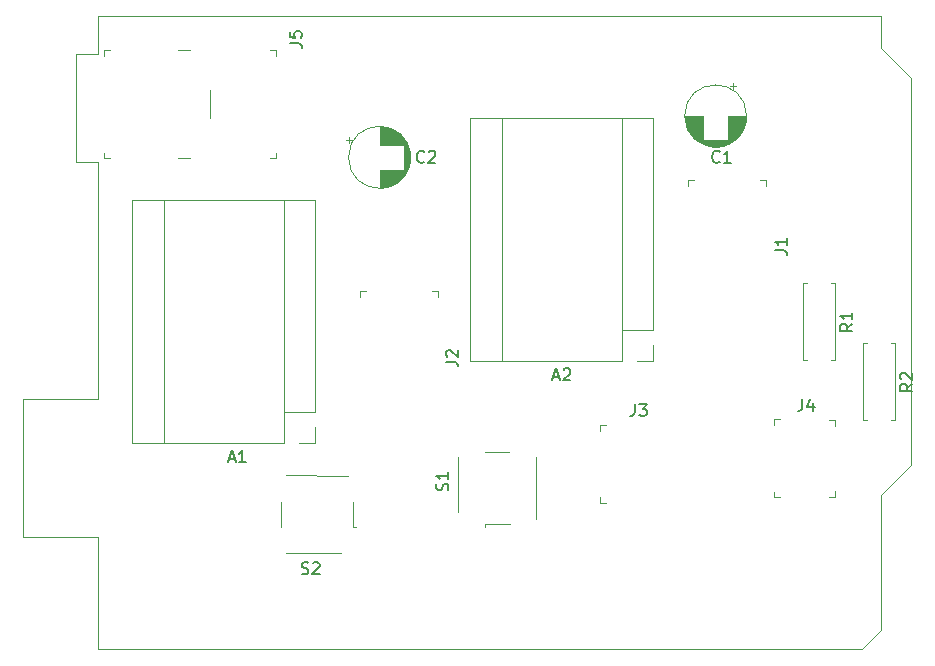
<source format=gbr>
%TF.GenerationSoftware,KiCad,Pcbnew,8.0.2*%
%TF.CreationDate,2024-05-08T09:28:24+01:00*%
%TF.ProjectId,FARESHARE KICAD,46415245-5348-4415-9245-204b49434144,V 1.0*%
%TF.SameCoordinates,Original*%
%TF.FileFunction,Legend,Top*%
%TF.FilePolarity,Positive*%
%FSLAX46Y46*%
G04 Gerber Fmt 4.6, Leading zero omitted, Abs format (unit mm)*
G04 Created by KiCad (PCBNEW 8.0.2) date 2024-05-08 09:28:24*
%MOMM*%
%LPD*%
G01*
G04 APERTURE LIST*
%ADD10C,0.150000*%
%ADD11C,0.120000*%
%ADD12C,0.100000*%
G04 APERTURE END LIST*
D10*
X150144819Y-80176666D02*
X149668628Y-80509999D01*
X150144819Y-80748094D02*
X149144819Y-80748094D01*
X149144819Y-80748094D02*
X149144819Y-80367142D01*
X149144819Y-80367142D02*
X149192438Y-80271904D01*
X149192438Y-80271904D02*
X149240057Y-80224285D01*
X149240057Y-80224285D02*
X149335295Y-80176666D01*
X149335295Y-80176666D02*
X149478152Y-80176666D01*
X149478152Y-80176666D02*
X149573390Y-80224285D01*
X149573390Y-80224285D02*
X149621009Y-80271904D01*
X149621009Y-80271904D02*
X149668628Y-80367142D01*
X149668628Y-80367142D02*
X149668628Y-80748094D01*
X149240057Y-79795713D02*
X149192438Y-79748094D01*
X149192438Y-79748094D02*
X149144819Y-79652856D01*
X149144819Y-79652856D02*
X149144819Y-79414761D01*
X149144819Y-79414761D02*
X149192438Y-79319523D01*
X149192438Y-79319523D02*
X149240057Y-79271904D01*
X149240057Y-79271904D02*
X149335295Y-79224285D01*
X149335295Y-79224285D02*
X149430533Y-79224285D01*
X149430533Y-79224285D02*
X149573390Y-79271904D01*
X149573390Y-79271904D02*
X150144819Y-79843332D01*
X150144819Y-79843332D02*
X150144819Y-79224285D01*
X145064819Y-75096666D02*
X144588628Y-75429999D01*
X145064819Y-75668094D02*
X144064819Y-75668094D01*
X144064819Y-75668094D02*
X144064819Y-75287142D01*
X144064819Y-75287142D02*
X144112438Y-75191904D01*
X144112438Y-75191904D02*
X144160057Y-75144285D01*
X144160057Y-75144285D02*
X144255295Y-75096666D01*
X144255295Y-75096666D02*
X144398152Y-75096666D01*
X144398152Y-75096666D02*
X144493390Y-75144285D01*
X144493390Y-75144285D02*
X144541009Y-75191904D01*
X144541009Y-75191904D02*
X144588628Y-75287142D01*
X144588628Y-75287142D02*
X144588628Y-75668094D01*
X145064819Y-74144285D02*
X145064819Y-74715713D01*
X145064819Y-74429999D02*
X144064819Y-74429999D01*
X144064819Y-74429999D02*
X144207676Y-74525237D01*
X144207676Y-74525237D02*
X144302914Y-74620475D01*
X144302914Y-74620475D02*
X144350533Y-74715713D01*
X98448095Y-96244000D02*
X98590952Y-96291619D01*
X98590952Y-96291619D02*
X98829047Y-96291619D01*
X98829047Y-96291619D02*
X98924285Y-96244000D01*
X98924285Y-96244000D02*
X98971904Y-96196380D01*
X98971904Y-96196380D02*
X99019523Y-96101142D01*
X99019523Y-96101142D02*
X99019523Y-96005904D01*
X99019523Y-96005904D02*
X98971904Y-95910666D01*
X98971904Y-95910666D02*
X98924285Y-95863047D01*
X98924285Y-95863047D02*
X98829047Y-95815428D01*
X98829047Y-95815428D02*
X98638571Y-95767809D01*
X98638571Y-95767809D02*
X98543333Y-95720190D01*
X98543333Y-95720190D02*
X98495714Y-95672571D01*
X98495714Y-95672571D02*
X98448095Y-95577333D01*
X98448095Y-95577333D02*
X98448095Y-95482095D01*
X98448095Y-95482095D02*
X98495714Y-95386857D01*
X98495714Y-95386857D02*
X98543333Y-95339238D01*
X98543333Y-95339238D02*
X98638571Y-95291619D01*
X98638571Y-95291619D02*
X98876666Y-95291619D01*
X98876666Y-95291619D02*
X99019523Y-95339238D01*
X99400476Y-95386857D02*
X99448095Y-95339238D01*
X99448095Y-95339238D02*
X99543333Y-95291619D01*
X99543333Y-95291619D02*
X99781428Y-95291619D01*
X99781428Y-95291619D02*
X99876666Y-95339238D01*
X99876666Y-95339238D02*
X99924285Y-95386857D01*
X99924285Y-95386857D02*
X99971904Y-95482095D01*
X99971904Y-95482095D02*
X99971904Y-95577333D01*
X99971904Y-95577333D02*
X99924285Y-95720190D01*
X99924285Y-95720190D02*
X99352857Y-96291619D01*
X99352857Y-96291619D02*
X99971904Y-96291619D01*
X110820400Y-89201904D02*
X110868019Y-89059047D01*
X110868019Y-89059047D02*
X110868019Y-88820952D01*
X110868019Y-88820952D02*
X110820400Y-88725714D01*
X110820400Y-88725714D02*
X110772780Y-88678095D01*
X110772780Y-88678095D02*
X110677542Y-88630476D01*
X110677542Y-88630476D02*
X110582304Y-88630476D01*
X110582304Y-88630476D02*
X110487066Y-88678095D01*
X110487066Y-88678095D02*
X110439447Y-88725714D01*
X110439447Y-88725714D02*
X110391828Y-88820952D01*
X110391828Y-88820952D02*
X110344209Y-89011428D01*
X110344209Y-89011428D02*
X110296590Y-89106666D01*
X110296590Y-89106666D02*
X110248971Y-89154285D01*
X110248971Y-89154285D02*
X110153733Y-89201904D01*
X110153733Y-89201904D02*
X110058495Y-89201904D01*
X110058495Y-89201904D02*
X109963257Y-89154285D01*
X109963257Y-89154285D02*
X109915638Y-89106666D01*
X109915638Y-89106666D02*
X109868019Y-89011428D01*
X109868019Y-89011428D02*
X109868019Y-88773333D01*
X109868019Y-88773333D02*
X109915638Y-88630476D01*
X110868019Y-87678095D02*
X110868019Y-88249523D01*
X110868019Y-87963809D02*
X109868019Y-87963809D01*
X109868019Y-87963809D02*
X110010876Y-88059047D01*
X110010876Y-88059047D02*
X110106114Y-88154285D01*
X110106114Y-88154285D02*
X110153733Y-88249523D01*
X97454819Y-51333333D02*
X98169104Y-51333333D01*
X98169104Y-51333333D02*
X98311961Y-51380952D01*
X98311961Y-51380952D02*
X98407200Y-51476190D01*
X98407200Y-51476190D02*
X98454819Y-51619047D01*
X98454819Y-51619047D02*
X98454819Y-51714285D01*
X97454819Y-50380952D02*
X97454819Y-50857142D01*
X97454819Y-50857142D02*
X97931009Y-50904761D01*
X97931009Y-50904761D02*
X97883390Y-50857142D01*
X97883390Y-50857142D02*
X97835771Y-50761904D01*
X97835771Y-50761904D02*
X97835771Y-50523809D01*
X97835771Y-50523809D02*
X97883390Y-50428571D01*
X97883390Y-50428571D02*
X97931009Y-50380952D01*
X97931009Y-50380952D02*
X98026247Y-50333333D01*
X98026247Y-50333333D02*
X98264342Y-50333333D01*
X98264342Y-50333333D02*
X98359580Y-50380952D01*
X98359580Y-50380952D02*
X98407200Y-50428571D01*
X98407200Y-50428571D02*
X98454819Y-50523809D01*
X98454819Y-50523809D02*
X98454819Y-50761904D01*
X98454819Y-50761904D02*
X98407200Y-50857142D01*
X98407200Y-50857142D02*
X98359580Y-50904761D01*
X140851666Y-81474819D02*
X140851666Y-82189104D01*
X140851666Y-82189104D02*
X140804047Y-82331961D01*
X140804047Y-82331961D02*
X140708809Y-82427200D01*
X140708809Y-82427200D02*
X140565952Y-82474819D01*
X140565952Y-82474819D02*
X140470714Y-82474819D01*
X141756428Y-81808152D02*
X141756428Y-82474819D01*
X141518333Y-81427200D02*
X141280238Y-82141485D01*
X141280238Y-82141485D02*
X141899285Y-82141485D01*
X126666666Y-81894819D02*
X126666666Y-82609104D01*
X126666666Y-82609104D02*
X126619047Y-82751961D01*
X126619047Y-82751961D02*
X126523809Y-82847200D01*
X126523809Y-82847200D02*
X126380952Y-82894819D01*
X126380952Y-82894819D02*
X126285714Y-82894819D01*
X127047619Y-81894819D02*
X127666666Y-81894819D01*
X127666666Y-81894819D02*
X127333333Y-82275771D01*
X127333333Y-82275771D02*
X127476190Y-82275771D01*
X127476190Y-82275771D02*
X127571428Y-82323390D01*
X127571428Y-82323390D02*
X127619047Y-82371009D01*
X127619047Y-82371009D02*
X127666666Y-82466247D01*
X127666666Y-82466247D02*
X127666666Y-82704342D01*
X127666666Y-82704342D02*
X127619047Y-82799580D01*
X127619047Y-82799580D02*
X127571428Y-82847200D01*
X127571428Y-82847200D02*
X127476190Y-82894819D01*
X127476190Y-82894819D02*
X127190476Y-82894819D01*
X127190476Y-82894819D02*
X127095238Y-82847200D01*
X127095238Y-82847200D02*
X127047619Y-82799580D01*
X110694819Y-78323333D02*
X111409104Y-78323333D01*
X111409104Y-78323333D02*
X111551961Y-78370952D01*
X111551961Y-78370952D02*
X111647200Y-78466190D01*
X111647200Y-78466190D02*
X111694819Y-78609047D01*
X111694819Y-78609047D02*
X111694819Y-78704285D01*
X110790057Y-77894761D02*
X110742438Y-77847142D01*
X110742438Y-77847142D02*
X110694819Y-77751904D01*
X110694819Y-77751904D02*
X110694819Y-77513809D01*
X110694819Y-77513809D02*
X110742438Y-77418571D01*
X110742438Y-77418571D02*
X110790057Y-77370952D01*
X110790057Y-77370952D02*
X110885295Y-77323333D01*
X110885295Y-77323333D02*
X110980533Y-77323333D01*
X110980533Y-77323333D02*
X111123390Y-77370952D01*
X111123390Y-77370952D02*
X111694819Y-77942380D01*
X111694819Y-77942380D02*
X111694819Y-77323333D01*
X138514819Y-68858333D02*
X139229104Y-68858333D01*
X139229104Y-68858333D02*
X139371961Y-68905952D01*
X139371961Y-68905952D02*
X139467200Y-69001190D01*
X139467200Y-69001190D02*
X139514819Y-69144047D01*
X139514819Y-69144047D02*
X139514819Y-69239285D01*
X139514819Y-67858333D02*
X139514819Y-68429761D01*
X139514819Y-68144047D02*
X138514819Y-68144047D01*
X138514819Y-68144047D02*
X138657676Y-68239285D01*
X138657676Y-68239285D02*
X138752914Y-68334523D01*
X138752914Y-68334523D02*
X138800533Y-68429761D01*
X108833333Y-61359580D02*
X108785714Y-61407200D01*
X108785714Y-61407200D02*
X108642857Y-61454819D01*
X108642857Y-61454819D02*
X108547619Y-61454819D01*
X108547619Y-61454819D02*
X108404762Y-61407200D01*
X108404762Y-61407200D02*
X108309524Y-61311961D01*
X108309524Y-61311961D02*
X108261905Y-61216723D01*
X108261905Y-61216723D02*
X108214286Y-61026247D01*
X108214286Y-61026247D02*
X108214286Y-60883390D01*
X108214286Y-60883390D02*
X108261905Y-60692914D01*
X108261905Y-60692914D02*
X108309524Y-60597676D01*
X108309524Y-60597676D02*
X108404762Y-60502438D01*
X108404762Y-60502438D02*
X108547619Y-60454819D01*
X108547619Y-60454819D02*
X108642857Y-60454819D01*
X108642857Y-60454819D02*
X108785714Y-60502438D01*
X108785714Y-60502438D02*
X108833333Y-60550057D01*
X109214286Y-60550057D02*
X109261905Y-60502438D01*
X109261905Y-60502438D02*
X109357143Y-60454819D01*
X109357143Y-60454819D02*
X109595238Y-60454819D01*
X109595238Y-60454819D02*
X109690476Y-60502438D01*
X109690476Y-60502438D02*
X109738095Y-60550057D01*
X109738095Y-60550057D02*
X109785714Y-60645295D01*
X109785714Y-60645295D02*
X109785714Y-60740533D01*
X109785714Y-60740533D02*
X109738095Y-60883390D01*
X109738095Y-60883390D02*
X109166667Y-61454819D01*
X109166667Y-61454819D02*
X109785714Y-61454819D01*
X133833333Y-61359580D02*
X133785714Y-61407200D01*
X133785714Y-61407200D02*
X133642857Y-61454819D01*
X133642857Y-61454819D02*
X133547619Y-61454819D01*
X133547619Y-61454819D02*
X133404762Y-61407200D01*
X133404762Y-61407200D02*
X133309524Y-61311961D01*
X133309524Y-61311961D02*
X133261905Y-61216723D01*
X133261905Y-61216723D02*
X133214286Y-61026247D01*
X133214286Y-61026247D02*
X133214286Y-60883390D01*
X133214286Y-60883390D02*
X133261905Y-60692914D01*
X133261905Y-60692914D02*
X133309524Y-60597676D01*
X133309524Y-60597676D02*
X133404762Y-60502438D01*
X133404762Y-60502438D02*
X133547619Y-60454819D01*
X133547619Y-60454819D02*
X133642857Y-60454819D01*
X133642857Y-60454819D02*
X133785714Y-60502438D01*
X133785714Y-60502438D02*
X133833333Y-60550057D01*
X134785714Y-61454819D02*
X134214286Y-61454819D01*
X134500000Y-61454819D02*
X134500000Y-60454819D01*
X134500000Y-60454819D02*
X134404762Y-60597676D01*
X134404762Y-60597676D02*
X134309524Y-60692914D01*
X134309524Y-60692914D02*
X134214286Y-60740533D01*
X119775714Y-79599104D02*
X120251904Y-79599104D01*
X119680476Y-79884819D02*
X120013809Y-78884819D01*
X120013809Y-78884819D02*
X120347142Y-79884819D01*
X120632857Y-78980057D02*
X120680476Y-78932438D01*
X120680476Y-78932438D02*
X120775714Y-78884819D01*
X120775714Y-78884819D02*
X121013809Y-78884819D01*
X121013809Y-78884819D02*
X121109047Y-78932438D01*
X121109047Y-78932438D02*
X121156666Y-78980057D01*
X121156666Y-78980057D02*
X121204285Y-79075295D01*
X121204285Y-79075295D02*
X121204285Y-79170533D01*
X121204285Y-79170533D02*
X121156666Y-79313390D01*
X121156666Y-79313390D02*
X120585238Y-79884819D01*
X120585238Y-79884819D02*
X121204285Y-79884819D01*
X92285714Y-86529104D02*
X92761904Y-86529104D01*
X92190476Y-86814819D02*
X92523809Y-85814819D01*
X92523809Y-85814819D02*
X92857142Y-86814819D01*
X93714285Y-86814819D02*
X93142857Y-86814819D01*
X93428571Y-86814819D02*
X93428571Y-85814819D01*
X93428571Y-85814819D02*
X93333333Y-85957676D01*
X93333333Y-85957676D02*
X93238095Y-86052914D01*
X93238095Y-86052914D02*
X93142857Y-86100533D01*
D11*
%TO.C,R2*%
X148690000Y-76740000D02*
X148690000Y-83280000D01*
X148360000Y-76740000D02*
X148690000Y-76740000D01*
X146280000Y-76740000D02*
X145950000Y-76740000D01*
X145950000Y-76740000D02*
X145950000Y-83280000D01*
X148690000Y-83280000D02*
X148360000Y-83280000D01*
X145950000Y-83280000D02*
X146280000Y-83280000D01*
%TO.C,R1*%
X143610000Y-71660000D02*
X143610000Y-78200000D01*
X143280000Y-71660000D02*
X143610000Y-71660000D01*
X141200000Y-71660000D02*
X140870000Y-71660000D01*
X140870000Y-71660000D02*
X140870000Y-78200000D01*
X143610000Y-78200000D02*
X143280000Y-78200000D01*
X140870000Y-78200000D02*
X141200000Y-78200000D01*
D12*
%TO.C,S2*%
X102816800Y-92299600D02*
X103066800Y-92299600D01*
X97127200Y-87937400D02*
X102420000Y-87947200D01*
X96710800Y-92295200D02*
X96710800Y-90200000D01*
X102816800Y-92306200D02*
X102816800Y-90198000D01*
X101820000Y-94541400D02*
X97152600Y-94541400D01*
%TO.C,S1*%
X113950400Y-92046800D02*
X113950400Y-92296800D01*
X118312600Y-86357200D02*
X118302800Y-91650000D01*
X113954800Y-85940800D02*
X116050000Y-85940800D01*
X113943800Y-92046800D02*
X116052000Y-92046800D01*
X111708600Y-91050000D02*
X111708600Y-86382600D01*
%TO.C,J5*%
X89000000Y-51900000D02*
X88000000Y-51900000D01*
X89000000Y-61100000D02*
X88000000Y-61100000D01*
X81700000Y-51900000D02*
X82200000Y-51900000D01*
X81700000Y-51900000D02*
X81700000Y-52400000D01*
X81700000Y-61100000D02*
X81700000Y-60600000D01*
X81700000Y-61100000D02*
X82200000Y-61100000D01*
X90700000Y-57700000D02*
X90700000Y-55300000D01*
X96300000Y-61100000D02*
X95800000Y-61100000D01*
X96300000Y-61100000D02*
X96300000Y-60600000D01*
X96300000Y-51900000D02*
X95800000Y-51900000D01*
X96300000Y-51900000D02*
X96300000Y-52400000D01*
%TO.C,J4*%
X143575000Y-83220000D02*
X143575000Y-83720000D01*
X143575000Y-83220000D02*
X143075000Y-83220000D01*
X138435000Y-83200000D02*
X138435000Y-83700000D01*
X138435000Y-83200000D02*
X138935000Y-83200000D01*
X138435000Y-89800000D02*
X138435000Y-89300000D01*
X138435000Y-89800000D02*
X138935000Y-89800000D01*
X143585000Y-89790000D02*
X143585000Y-89290000D01*
X143585000Y-89790000D02*
X143085000Y-89790000D01*
%TO.C,J3*%
X123700000Y-83700000D02*
X123700000Y-84200000D01*
X123700000Y-83700000D02*
X124200000Y-83700000D01*
X123700000Y-90300000D02*
X123700000Y-89800000D01*
X123700000Y-90300000D02*
X124200000Y-90300000D01*
%TO.C,J2*%
X109980000Y-72360000D02*
X109480000Y-72360000D01*
X109980000Y-72360000D02*
X109980000Y-72860000D01*
X103380000Y-72360000D02*
X103880000Y-72360000D01*
X103380000Y-72360000D02*
X103380000Y-72860000D01*
%TO.C,J1*%
X137800000Y-62895000D02*
X137300000Y-62895000D01*
X137800000Y-62895000D02*
X137800000Y-63395000D01*
X131200000Y-62895000D02*
X131700000Y-62895000D01*
X131200000Y-62895000D02*
X131200000Y-63395000D01*
D11*
%TO.C,C2*%
X102240113Y-59525000D02*
X102740113Y-59525000D01*
X102490113Y-59275000D02*
X102490113Y-59775000D01*
X105044888Y-58420000D02*
X105044888Y-59960000D01*
X105044888Y-62040000D02*
X105044888Y-63580000D01*
X105084888Y-58420000D02*
X105084888Y-59960000D01*
X105084888Y-62040000D02*
X105084888Y-63580000D01*
X105124888Y-58421000D02*
X105124888Y-59960000D01*
X105124888Y-62040000D02*
X105124888Y-63579000D01*
X105164888Y-58422000D02*
X105164888Y-59960000D01*
X105164888Y-62040000D02*
X105164888Y-63578000D01*
X105204888Y-58424000D02*
X105204888Y-59960000D01*
X105204888Y-62040000D02*
X105204888Y-63576000D01*
X105244888Y-58427000D02*
X105244888Y-59960000D01*
X105244888Y-62040000D02*
X105244888Y-63573000D01*
X105284888Y-58431000D02*
X105284888Y-59960000D01*
X105284888Y-62040000D02*
X105284888Y-63569000D01*
X105324888Y-58435000D02*
X105324888Y-59960000D01*
X105324888Y-62040000D02*
X105324888Y-63565000D01*
X105364888Y-58439000D02*
X105364888Y-59960000D01*
X105364888Y-62040000D02*
X105364888Y-63561000D01*
X105404888Y-58444000D02*
X105404888Y-59960000D01*
X105404888Y-62040000D02*
X105404888Y-63556000D01*
X105444888Y-58450000D02*
X105444888Y-59960000D01*
X105444888Y-62040000D02*
X105444888Y-63550000D01*
X105484888Y-58457000D02*
X105484888Y-59960000D01*
X105484888Y-62040000D02*
X105484888Y-63543000D01*
X105524888Y-58464000D02*
X105524888Y-59960000D01*
X105524888Y-62040000D02*
X105524888Y-63536000D01*
X105564888Y-58472000D02*
X105564888Y-59960000D01*
X105564888Y-62040000D02*
X105564888Y-63528000D01*
X105604888Y-58480000D02*
X105604888Y-59960000D01*
X105604888Y-62040000D02*
X105604888Y-63520000D01*
X105644888Y-58489000D02*
X105644888Y-59960000D01*
X105644888Y-62040000D02*
X105644888Y-63511000D01*
X105684888Y-58499000D02*
X105684888Y-59960000D01*
X105684888Y-62040000D02*
X105684888Y-63501000D01*
X105724888Y-58509000D02*
X105724888Y-59960000D01*
X105724888Y-62040000D02*
X105724888Y-63491000D01*
X105765888Y-58520000D02*
X105765888Y-59960000D01*
X105765888Y-62040000D02*
X105765888Y-63480000D01*
X105805888Y-58532000D02*
X105805888Y-59960000D01*
X105805888Y-62040000D02*
X105805888Y-63468000D01*
X105845888Y-58545000D02*
X105845888Y-59960000D01*
X105845888Y-62040000D02*
X105845888Y-63455000D01*
X105885888Y-58558000D02*
X105885888Y-59960000D01*
X105885888Y-62040000D02*
X105885888Y-63442000D01*
X105925888Y-58572000D02*
X105925888Y-59960000D01*
X105925888Y-62040000D02*
X105925888Y-63428000D01*
X105965888Y-58586000D02*
X105965888Y-59960000D01*
X105965888Y-62040000D02*
X105965888Y-63414000D01*
X106005888Y-58602000D02*
X106005888Y-59960000D01*
X106005888Y-62040000D02*
X106005888Y-63398000D01*
X106045888Y-58618000D02*
X106045888Y-59960000D01*
X106045888Y-62040000D02*
X106045888Y-63382000D01*
X106085888Y-58635000D02*
X106085888Y-59960000D01*
X106085888Y-62040000D02*
X106085888Y-63365000D01*
X106125888Y-58652000D02*
X106125888Y-59960000D01*
X106125888Y-62040000D02*
X106125888Y-63348000D01*
X106165888Y-58671000D02*
X106165888Y-59960000D01*
X106165888Y-62040000D02*
X106165888Y-63329000D01*
X106205888Y-58690000D02*
X106205888Y-59960000D01*
X106205888Y-62040000D02*
X106205888Y-63310000D01*
X106245888Y-58710000D02*
X106245888Y-59960000D01*
X106245888Y-62040000D02*
X106245888Y-63290000D01*
X106285888Y-58732000D02*
X106285888Y-59960000D01*
X106285888Y-62040000D02*
X106285888Y-63268000D01*
X106325888Y-58753000D02*
X106325888Y-59960000D01*
X106325888Y-62040000D02*
X106325888Y-63247000D01*
X106365888Y-58776000D02*
X106365888Y-59960000D01*
X106365888Y-62040000D02*
X106365888Y-63224000D01*
X106405888Y-58800000D02*
X106405888Y-59960000D01*
X106405888Y-62040000D02*
X106405888Y-63200000D01*
X106445888Y-58825000D02*
X106445888Y-59960000D01*
X106445888Y-62040000D02*
X106445888Y-63175000D01*
X106485888Y-58851000D02*
X106485888Y-59960000D01*
X106485888Y-62040000D02*
X106485888Y-63149000D01*
X106525888Y-58878000D02*
X106525888Y-59960000D01*
X106525888Y-62040000D02*
X106525888Y-63122000D01*
X106565888Y-58905000D02*
X106565888Y-59960000D01*
X106565888Y-62040000D02*
X106565888Y-63095000D01*
X106605888Y-58935000D02*
X106605888Y-59960000D01*
X106605888Y-62040000D02*
X106605888Y-63065000D01*
X106645888Y-58965000D02*
X106645888Y-59960000D01*
X106645888Y-62040000D02*
X106645888Y-63035000D01*
X106685888Y-58996000D02*
X106685888Y-59960000D01*
X106685888Y-62040000D02*
X106685888Y-63004000D01*
X106725888Y-59029000D02*
X106725888Y-59960000D01*
X106725888Y-62040000D02*
X106725888Y-62971000D01*
X106765888Y-59063000D02*
X106765888Y-59960000D01*
X106765888Y-62040000D02*
X106765888Y-62937000D01*
X106805888Y-59099000D02*
X106805888Y-59960000D01*
X106805888Y-62040000D02*
X106805888Y-62901000D01*
X106845888Y-59136000D02*
X106845888Y-59960000D01*
X106845888Y-62040000D02*
X106845888Y-62864000D01*
X106885888Y-59174000D02*
X106885888Y-59960000D01*
X106885888Y-62040000D02*
X106885888Y-62826000D01*
X106925888Y-59215000D02*
X106925888Y-59960000D01*
X106925888Y-62040000D02*
X106925888Y-62785000D01*
X106965888Y-59257000D02*
X106965888Y-59960000D01*
X106965888Y-62040000D02*
X106965888Y-62743000D01*
X107005888Y-59301000D02*
X107005888Y-59960000D01*
X107005888Y-62040000D02*
X107005888Y-62699000D01*
X107045888Y-59347000D02*
X107045888Y-59960000D01*
X107045888Y-62040000D02*
X107045888Y-62653000D01*
X107085888Y-59395000D02*
X107085888Y-62605000D01*
X107125888Y-59446000D02*
X107125888Y-62554000D01*
X107165888Y-59500000D02*
X107165888Y-62500000D01*
X107205888Y-59557000D02*
X107205888Y-62443000D01*
X107245888Y-59617000D02*
X107245888Y-62383000D01*
X107285888Y-59681000D02*
X107285888Y-62319000D01*
X107325888Y-59749000D02*
X107325888Y-62251000D01*
X107365888Y-59822000D02*
X107365888Y-62178000D01*
X107405888Y-59902000D02*
X107405888Y-62098000D01*
X107445888Y-59989000D02*
X107445888Y-62011000D01*
X107485888Y-60085000D02*
X107485888Y-61915000D01*
X107525888Y-60195000D02*
X107525888Y-61805000D01*
X107565888Y-60323000D02*
X107565888Y-61677000D01*
X107605888Y-60482000D02*
X107605888Y-61518000D01*
X107645888Y-60716000D02*
X107645888Y-61284000D01*
X107664888Y-61000000D02*
G75*
G02*
X102424888Y-61000000I-2620000J0D01*
G01*
X102424888Y-61000000D02*
G75*
G02*
X107664888Y-61000000I2620000J0D01*
G01*
%TO.C,C1*%
X134975000Y-54695225D02*
X134975000Y-55195225D01*
X135225000Y-54945225D02*
X134725000Y-54945225D01*
X136080000Y-57500000D02*
X134540000Y-57500000D01*
X132460000Y-57500000D02*
X130920000Y-57500000D01*
X136080000Y-57540000D02*
X134540000Y-57540000D01*
X132460000Y-57540000D02*
X130920000Y-57540000D01*
X136079000Y-57580000D02*
X134540000Y-57580000D01*
X132460000Y-57580000D02*
X130921000Y-57580000D01*
X136078000Y-57620000D02*
X134540000Y-57620000D01*
X132460000Y-57620000D02*
X130922000Y-57620000D01*
X136076000Y-57660000D02*
X134540000Y-57660000D01*
X132460000Y-57660000D02*
X130924000Y-57660000D01*
X136073000Y-57700000D02*
X134540000Y-57700000D01*
X132460000Y-57700000D02*
X130927000Y-57700000D01*
X136069000Y-57740000D02*
X134540000Y-57740000D01*
X132460000Y-57740000D02*
X130931000Y-57740000D01*
X136065000Y-57780000D02*
X134540000Y-57780000D01*
X132460000Y-57780000D02*
X130935000Y-57780000D01*
X136061000Y-57820000D02*
X134540000Y-57820000D01*
X132460000Y-57820000D02*
X130939000Y-57820000D01*
X136056000Y-57860000D02*
X134540000Y-57860000D01*
X132460000Y-57860000D02*
X130944000Y-57860000D01*
X136050000Y-57900000D02*
X134540000Y-57900000D01*
X132460000Y-57900000D02*
X130950000Y-57900000D01*
X136043000Y-57940000D02*
X134540000Y-57940000D01*
X132460000Y-57940000D02*
X130957000Y-57940000D01*
X136036000Y-57980000D02*
X134540000Y-57980000D01*
X132460000Y-57980000D02*
X130964000Y-57980000D01*
X136028000Y-58020000D02*
X134540000Y-58020000D01*
X132460000Y-58020000D02*
X130972000Y-58020000D01*
X136020000Y-58060000D02*
X134540000Y-58060000D01*
X132460000Y-58060000D02*
X130980000Y-58060000D01*
X136011000Y-58100000D02*
X134540000Y-58100000D01*
X132460000Y-58100000D02*
X130989000Y-58100000D01*
X136001000Y-58140000D02*
X134540000Y-58140000D01*
X132460000Y-58140000D02*
X130999000Y-58140000D01*
X135991000Y-58180000D02*
X134540000Y-58180000D01*
X132460000Y-58180000D02*
X131009000Y-58180000D01*
X135980000Y-58221000D02*
X134540000Y-58221000D01*
X132460000Y-58221000D02*
X131020000Y-58221000D01*
X135968000Y-58261000D02*
X134540000Y-58261000D01*
X132460000Y-58261000D02*
X131032000Y-58261000D01*
X135955000Y-58301000D02*
X134540000Y-58301000D01*
X132460000Y-58301000D02*
X131045000Y-58301000D01*
X135942000Y-58341000D02*
X134540000Y-58341000D01*
X132460000Y-58341000D02*
X131058000Y-58341000D01*
X135928000Y-58381000D02*
X134540000Y-58381000D01*
X132460000Y-58381000D02*
X131072000Y-58381000D01*
X135914000Y-58421000D02*
X134540000Y-58421000D01*
X132460000Y-58421000D02*
X131086000Y-58421000D01*
X135898000Y-58461000D02*
X134540000Y-58461000D01*
X132460000Y-58461000D02*
X131102000Y-58461000D01*
X135882000Y-58501000D02*
X134540000Y-58501000D01*
X132460000Y-58501000D02*
X131118000Y-58501000D01*
X135865000Y-58541000D02*
X134540000Y-58541000D01*
X132460000Y-58541000D02*
X131135000Y-58541000D01*
X135848000Y-58581000D02*
X134540000Y-58581000D01*
X132460000Y-58581000D02*
X131152000Y-58581000D01*
X135829000Y-58621000D02*
X134540000Y-58621000D01*
X132460000Y-58621000D02*
X131171000Y-58621000D01*
X135810000Y-58661000D02*
X134540000Y-58661000D01*
X132460000Y-58661000D02*
X131190000Y-58661000D01*
X135790000Y-58701000D02*
X134540000Y-58701000D01*
X132460000Y-58701000D02*
X131210000Y-58701000D01*
X135768000Y-58741000D02*
X134540000Y-58741000D01*
X132460000Y-58741000D02*
X131232000Y-58741000D01*
X135747000Y-58781000D02*
X134540000Y-58781000D01*
X132460000Y-58781000D02*
X131253000Y-58781000D01*
X135724000Y-58821000D02*
X134540000Y-58821000D01*
X132460000Y-58821000D02*
X131276000Y-58821000D01*
X135700000Y-58861000D02*
X134540000Y-58861000D01*
X132460000Y-58861000D02*
X131300000Y-58861000D01*
X135675000Y-58901000D02*
X134540000Y-58901000D01*
X132460000Y-58901000D02*
X131325000Y-58901000D01*
X135649000Y-58941000D02*
X134540000Y-58941000D01*
X132460000Y-58941000D02*
X131351000Y-58941000D01*
X135622000Y-58981000D02*
X134540000Y-58981000D01*
X132460000Y-58981000D02*
X131378000Y-58981000D01*
X135595000Y-59021000D02*
X134540000Y-59021000D01*
X132460000Y-59021000D02*
X131405000Y-59021000D01*
X135565000Y-59061000D02*
X134540000Y-59061000D01*
X132460000Y-59061000D02*
X131435000Y-59061000D01*
X135535000Y-59101000D02*
X134540000Y-59101000D01*
X132460000Y-59101000D02*
X131465000Y-59101000D01*
X135504000Y-59141000D02*
X134540000Y-59141000D01*
X132460000Y-59141000D02*
X131496000Y-59141000D01*
X135471000Y-59181000D02*
X134540000Y-59181000D01*
X132460000Y-59181000D02*
X131529000Y-59181000D01*
X135437000Y-59221000D02*
X134540000Y-59221000D01*
X132460000Y-59221000D02*
X131563000Y-59221000D01*
X135401000Y-59261000D02*
X134540000Y-59261000D01*
X132460000Y-59261000D02*
X131599000Y-59261000D01*
X135364000Y-59301000D02*
X134540000Y-59301000D01*
X132460000Y-59301000D02*
X131636000Y-59301000D01*
X135326000Y-59341000D02*
X134540000Y-59341000D01*
X132460000Y-59341000D02*
X131674000Y-59341000D01*
X135285000Y-59381000D02*
X134540000Y-59381000D01*
X132460000Y-59381000D02*
X131715000Y-59381000D01*
X135243000Y-59421000D02*
X134540000Y-59421000D01*
X132460000Y-59421000D02*
X131757000Y-59421000D01*
X135199000Y-59461000D02*
X134540000Y-59461000D01*
X132460000Y-59461000D02*
X131801000Y-59461000D01*
X135153000Y-59501000D02*
X134540000Y-59501000D01*
X132460000Y-59501000D02*
X131847000Y-59501000D01*
X135105000Y-59541000D02*
X131895000Y-59541000D01*
X135054000Y-59581000D02*
X131946000Y-59581000D01*
X135000000Y-59621000D02*
X132000000Y-59621000D01*
X134943000Y-59661000D02*
X132057000Y-59661000D01*
X134883000Y-59701000D02*
X132117000Y-59701000D01*
X134819000Y-59741000D02*
X132181000Y-59741000D01*
X134751000Y-59781000D02*
X132249000Y-59781000D01*
X134678000Y-59821000D02*
X132322000Y-59821000D01*
X134598000Y-59861000D02*
X132402000Y-59861000D01*
X134511000Y-59901000D02*
X132489000Y-59901000D01*
X134415000Y-59941000D02*
X132585000Y-59941000D01*
X134305000Y-59981000D02*
X132695000Y-59981000D01*
X134177000Y-60021000D02*
X132823000Y-60021000D01*
X134018000Y-60061000D02*
X132982000Y-60061000D01*
X133784000Y-60101000D02*
X133216000Y-60101000D01*
X136120000Y-57500000D02*
G75*
G02*
X130880000Y-57500000I-2620000J0D01*
G01*
X130880000Y-57500000D02*
G75*
G02*
X136120000Y-57500000I2620000J0D01*
G01*
%TO.C,A2*%
X128240000Y-78290000D02*
X128240000Y-76890000D01*
X128240000Y-75620000D02*
X128240000Y-57710000D01*
X128240000Y-57710000D02*
X112740000Y-57710000D01*
X126840000Y-78290000D02*
X128240000Y-78290000D01*
X125570000Y-78290000D02*
X125570000Y-75620000D01*
X125570000Y-75620000D02*
X128240000Y-75620000D01*
X125570000Y-75620000D02*
X125570000Y-57710000D01*
X115410000Y-78290000D02*
X115410000Y-57710000D01*
X112740000Y-78290000D02*
X125570000Y-78290000D01*
X112740000Y-57710000D02*
X112740000Y-78290000D01*
%TO.C,A1*%
X99600000Y-85220000D02*
X99600000Y-83820000D01*
X99600000Y-82550000D02*
X99600000Y-64640000D01*
X99600000Y-64640000D02*
X84100000Y-64640000D01*
X98200000Y-85220000D02*
X99600000Y-85220000D01*
X96930000Y-85220000D02*
X96930000Y-82550000D01*
X96930000Y-82550000D02*
X99600000Y-82550000D01*
X96930000Y-82550000D02*
X96930000Y-64640000D01*
X86770000Y-85220000D02*
X86770000Y-64640000D01*
X84100000Y-85220000D02*
X96930000Y-85220000D01*
X84100000Y-64640000D02*
X84100000Y-85220000D01*
%TO.C,A3*%
X74860000Y-81460000D02*
X74860000Y-93140000D01*
X74860000Y-93140000D02*
X81210000Y-93140000D01*
X79310000Y-52250000D02*
X79310000Y-61390000D01*
X79310000Y-61390000D02*
X81210000Y-61390000D01*
X81210000Y-49070000D02*
X81210000Y-52250000D01*
X81210000Y-52250000D02*
X79310000Y-52250000D01*
X81210000Y-61390000D02*
X81210000Y-81460000D01*
X81210000Y-81460000D02*
X74860000Y-81460000D01*
X81210000Y-93140000D02*
X81210000Y-102670000D01*
X81210000Y-102670000D02*
X145860000Y-102670000D01*
X145860000Y-102670000D02*
X147510000Y-101020000D01*
X147510000Y-49070000D02*
X81210000Y-49070000D01*
X147510000Y-51740000D02*
X147510000Y-49070000D01*
X147510000Y-89590000D02*
X150050000Y-87050000D01*
X147510000Y-101020000D02*
X147510000Y-89590000D01*
X150050000Y-54280000D02*
X147510000Y-51740000D01*
X150050000Y-87050000D02*
X150050000Y-54280000D01*
%TD*%
M02*

</source>
